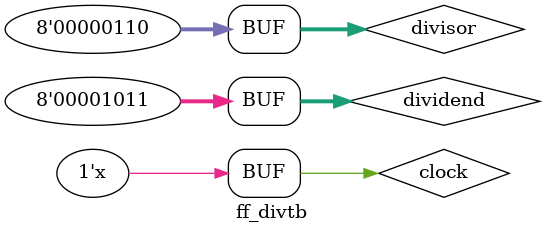
<source format=v>


`timescale 1ns / 100ps

module ff_divtb;

	reg clock;
	
	// Inputs
	reg[7:0] dividend, divisor;
	
	// Outputs
	wire[17:0] out;

	
	always #1 clock = ~clock; // Toggle clock every 1 tick

	initial
	begin
		clock 		<= 0;
		dividend 	<= 8'b00001011;
		divisor 	<= 8'b00000110;
	end

	//////////////////////////////////////////////////////////////////////
	// Instantiate Unit Under Test:  ffamuldivinv
	//////////////////////////////////////////////////////////////////////
	ffamuldivinv ffamuldivinv_0 (
    	// Inputs
    	clock,
    	dividend,
    	divisor,

    	// Outputs
    	out
);

endmodule


</source>
